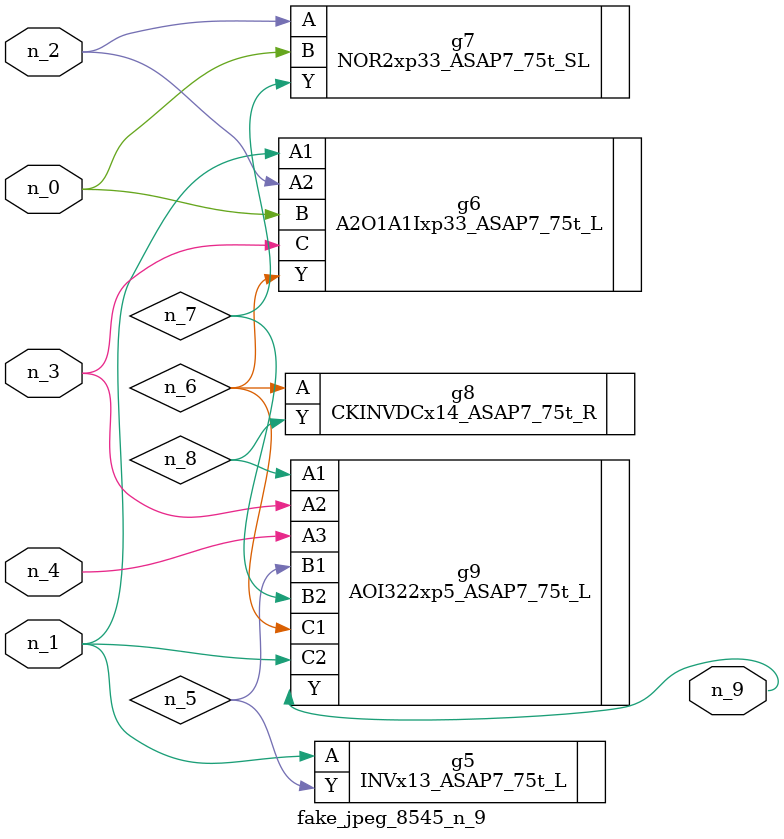
<source format=v>
module fake_jpeg_8545_n_9 (n_3, n_2, n_1, n_0, n_4, n_9);

input n_3;
input n_2;
input n_1;
input n_0;
input n_4;

output n_9;

wire n_8;
wire n_6;
wire n_5;
wire n_7;

INVx13_ASAP7_75t_L g5 ( 
.A(n_1),
.Y(n_5)
);

A2O1A1Ixp33_ASAP7_75t_L g6 ( 
.A1(n_1),
.A2(n_2),
.B(n_0),
.C(n_3),
.Y(n_6)
);

NOR2xp33_ASAP7_75t_SL g7 ( 
.A(n_2),
.B(n_0),
.Y(n_7)
);

CKINVDCx14_ASAP7_75t_R g8 ( 
.A(n_6),
.Y(n_8)
);

AOI322xp5_ASAP7_75t_L g9 ( 
.A1(n_8),
.A2(n_3),
.A3(n_4),
.B1(n_5),
.B2(n_7),
.C1(n_6),
.C2(n_1),
.Y(n_9)
);


endmodule
</source>
